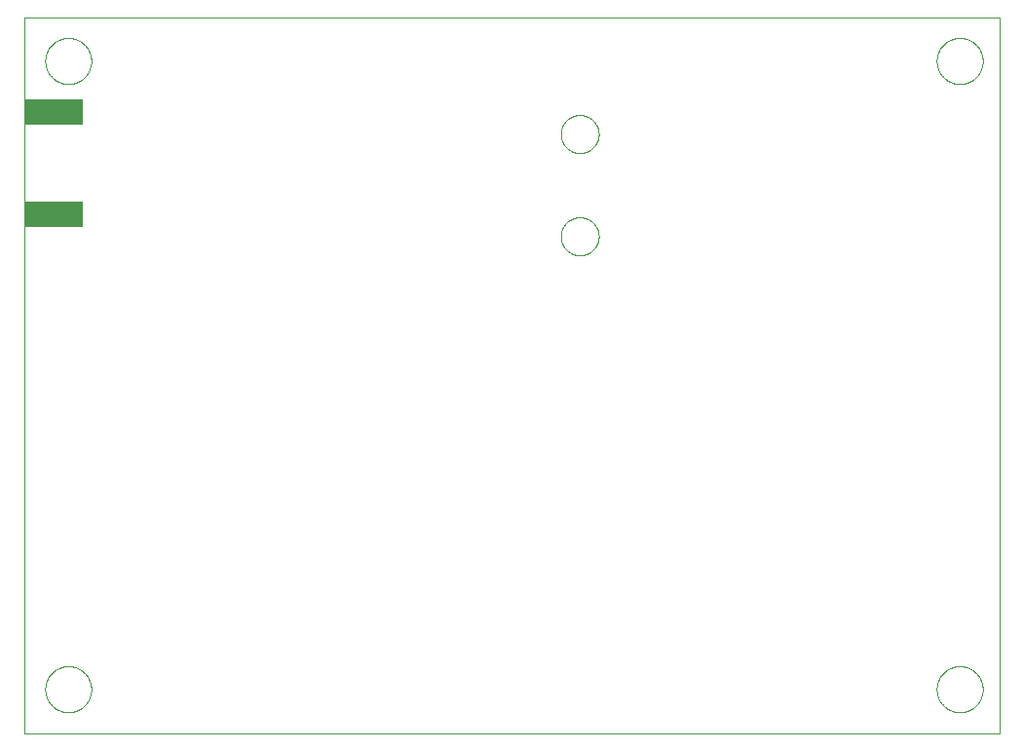
<source format=gbp>
G75*
%MOIN*%
%OFA0B0*%
%FSLAX25Y25*%
%IPPOS*%
%LPD*%
%AMOC8*
5,1,8,0,0,1.08239X$1,22.5*
%
%ADD10C,0.00000*%
%ADD11R,0.20000X0.09000*%
D10*
X0098342Y0038933D02*
X0098342Y0283894D01*
X0432043Y0283894D01*
X0432043Y0038933D01*
X0098342Y0038933D01*
X0105468Y0053933D02*
X0105470Y0054126D01*
X0105477Y0054319D01*
X0105489Y0054512D01*
X0105506Y0054705D01*
X0105527Y0054897D01*
X0105553Y0055088D01*
X0105584Y0055279D01*
X0105619Y0055469D01*
X0105659Y0055658D01*
X0105704Y0055846D01*
X0105753Y0056033D01*
X0105807Y0056219D01*
X0105865Y0056403D01*
X0105928Y0056586D01*
X0105996Y0056767D01*
X0106067Y0056946D01*
X0106144Y0057124D01*
X0106224Y0057300D01*
X0106309Y0057473D01*
X0106398Y0057645D01*
X0106491Y0057814D01*
X0106588Y0057981D01*
X0106690Y0058146D01*
X0106795Y0058308D01*
X0106904Y0058467D01*
X0107018Y0058624D01*
X0107135Y0058777D01*
X0107255Y0058928D01*
X0107380Y0059076D01*
X0107508Y0059221D01*
X0107639Y0059362D01*
X0107774Y0059501D01*
X0107913Y0059636D01*
X0108054Y0059767D01*
X0108199Y0059895D01*
X0108347Y0060020D01*
X0108498Y0060140D01*
X0108651Y0060257D01*
X0108808Y0060371D01*
X0108967Y0060480D01*
X0109129Y0060585D01*
X0109294Y0060687D01*
X0109461Y0060784D01*
X0109630Y0060877D01*
X0109802Y0060966D01*
X0109975Y0061051D01*
X0110151Y0061131D01*
X0110329Y0061208D01*
X0110508Y0061279D01*
X0110689Y0061347D01*
X0110872Y0061410D01*
X0111056Y0061468D01*
X0111242Y0061522D01*
X0111429Y0061571D01*
X0111617Y0061616D01*
X0111806Y0061656D01*
X0111996Y0061691D01*
X0112187Y0061722D01*
X0112378Y0061748D01*
X0112570Y0061769D01*
X0112763Y0061786D01*
X0112956Y0061798D01*
X0113149Y0061805D01*
X0113342Y0061807D01*
X0113535Y0061805D01*
X0113728Y0061798D01*
X0113921Y0061786D01*
X0114114Y0061769D01*
X0114306Y0061748D01*
X0114497Y0061722D01*
X0114688Y0061691D01*
X0114878Y0061656D01*
X0115067Y0061616D01*
X0115255Y0061571D01*
X0115442Y0061522D01*
X0115628Y0061468D01*
X0115812Y0061410D01*
X0115995Y0061347D01*
X0116176Y0061279D01*
X0116355Y0061208D01*
X0116533Y0061131D01*
X0116709Y0061051D01*
X0116882Y0060966D01*
X0117054Y0060877D01*
X0117223Y0060784D01*
X0117390Y0060687D01*
X0117555Y0060585D01*
X0117717Y0060480D01*
X0117876Y0060371D01*
X0118033Y0060257D01*
X0118186Y0060140D01*
X0118337Y0060020D01*
X0118485Y0059895D01*
X0118630Y0059767D01*
X0118771Y0059636D01*
X0118910Y0059501D01*
X0119045Y0059362D01*
X0119176Y0059221D01*
X0119304Y0059076D01*
X0119429Y0058928D01*
X0119549Y0058777D01*
X0119666Y0058624D01*
X0119780Y0058467D01*
X0119889Y0058308D01*
X0119994Y0058146D01*
X0120096Y0057981D01*
X0120193Y0057814D01*
X0120286Y0057645D01*
X0120375Y0057473D01*
X0120460Y0057300D01*
X0120540Y0057124D01*
X0120617Y0056946D01*
X0120688Y0056767D01*
X0120756Y0056586D01*
X0120819Y0056403D01*
X0120877Y0056219D01*
X0120931Y0056033D01*
X0120980Y0055846D01*
X0121025Y0055658D01*
X0121065Y0055469D01*
X0121100Y0055279D01*
X0121131Y0055088D01*
X0121157Y0054897D01*
X0121178Y0054705D01*
X0121195Y0054512D01*
X0121207Y0054319D01*
X0121214Y0054126D01*
X0121216Y0053933D01*
X0121214Y0053740D01*
X0121207Y0053547D01*
X0121195Y0053354D01*
X0121178Y0053161D01*
X0121157Y0052969D01*
X0121131Y0052778D01*
X0121100Y0052587D01*
X0121065Y0052397D01*
X0121025Y0052208D01*
X0120980Y0052020D01*
X0120931Y0051833D01*
X0120877Y0051647D01*
X0120819Y0051463D01*
X0120756Y0051280D01*
X0120688Y0051099D01*
X0120617Y0050920D01*
X0120540Y0050742D01*
X0120460Y0050566D01*
X0120375Y0050393D01*
X0120286Y0050221D01*
X0120193Y0050052D01*
X0120096Y0049885D01*
X0119994Y0049720D01*
X0119889Y0049558D01*
X0119780Y0049399D01*
X0119666Y0049242D01*
X0119549Y0049089D01*
X0119429Y0048938D01*
X0119304Y0048790D01*
X0119176Y0048645D01*
X0119045Y0048504D01*
X0118910Y0048365D01*
X0118771Y0048230D01*
X0118630Y0048099D01*
X0118485Y0047971D01*
X0118337Y0047846D01*
X0118186Y0047726D01*
X0118033Y0047609D01*
X0117876Y0047495D01*
X0117717Y0047386D01*
X0117555Y0047281D01*
X0117390Y0047179D01*
X0117223Y0047082D01*
X0117054Y0046989D01*
X0116882Y0046900D01*
X0116709Y0046815D01*
X0116533Y0046735D01*
X0116355Y0046658D01*
X0116176Y0046587D01*
X0115995Y0046519D01*
X0115812Y0046456D01*
X0115628Y0046398D01*
X0115442Y0046344D01*
X0115255Y0046295D01*
X0115067Y0046250D01*
X0114878Y0046210D01*
X0114688Y0046175D01*
X0114497Y0046144D01*
X0114306Y0046118D01*
X0114114Y0046097D01*
X0113921Y0046080D01*
X0113728Y0046068D01*
X0113535Y0046061D01*
X0113342Y0046059D01*
X0113149Y0046061D01*
X0112956Y0046068D01*
X0112763Y0046080D01*
X0112570Y0046097D01*
X0112378Y0046118D01*
X0112187Y0046144D01*
X0111996Y0046175D01*
X0111806Y0046210D01*
X0111617Y0046250D01*
X0111429Y0046295D01*
X0111242Y0046344D01*
X0111056Y0046398D01*
X0110872Y0046456D01*
X0110689Y0046519D01*
X0110508Y0046587D01*
X0110329Y0046658D01*
X0110151Y0046735D01*
X0109975Y0046815D01*
X0109802Y0046900D01*
X0109630Y0046989D01*
X0109461Y0047082D01*
X0109294Y0047179D01*
X0109129Y0047281D01*
X0108967Y0047386D01*
X0108808Y0047495D01*
X0108651Y0047609D01*
X0108498Y0047726D01*
X0108347Y0047846D01*
X0108199Y0047971D01*
X0108054Y0048099D01*
X0107913Y0048230D01*
X0107774Y0048365D01*
X0107639Y0048504D01*
X0107508Y0048645D01*
X0107380Y0048790D01*
X0107255Y0048938D01*
X0107135Y0049089D01*
X0107018Y0049242D01*
X0106904Y0049399D01*
X0106795Y0049558D01*
X0106690Y0049720D01*
X0106588Y0049885D01*
X0106491Y0050052D01*
X0106398Y0050221D01*
X0106309Y0050393D01*
X0106224Y0050566D01*
X0106144Y0050742D01*
X0106067Y0050920D01*
X0105996Y0051099D01*
X0105928Y0051280D01*
X0105865Y0051463D01*
X0105807Y0051647D01*
X0105753Y0051833D01*
X0105704Y0052020D01*
X0105659Y0052208D01*
X0105619Y0052397D01*
X0105584Y0052587D01*
X0105553Y0052778D01*
X0105527Y0052969D01*
X0105506Y0053161D01*
X0105489Y0053354D01*
X0105477Y0053547D01*
X0105470Y0053740D01*
X0105468Y0053933D01*
X0281842Y0208933D02*
X0281844Y0209094D01*
X0281850Y0209254D01*
X0281860Y0209415D01*
X0281874Y0209575D01*
X0281892Y0209735D01*
X0281913Y0209894D01*
X0281939Y0210053D01*
X0281969Y0210211D01*
X0282002Y0210368D01*
X0282040Y0210525D01*
X0282081Y0210680D01*
X0282126Y0210834D01*
X0282175Y0210987D01*
X0282228Y0211139D01*
X0282284Y0211290D01*
X0282345Y0211439D01*
X0282408Y0211587D01*
X0282476Y0211733D01*
X0282547Y0211877D01*
X0282621Y0212019D01*
X0282699Y0212160D01*
X0282781Y0212298D01*
X0282866Y0212435D01*
X0282954Y0212569D01*
X0283046Y0212701D01*
X0283141Y0212831D01*
X0283239Y0212959D01*
X0283340Y0213084D01*
X0283444Y0213206D01*
X0283551Y0213326D01*
X0283661Y0213443D01*
X0283774Y0213558D01*
X0283890Y0213669D01*
X0284009Y0213778D01*
X0284130Y0213883D01*
X0284254Y0213986D01*
X0284380Y0214086D01*
X0284508Y0214182D01*
X0284639Y0214275D01*
X0284773Y0214365D01*
X0284908Y0214452D01*
X0285046Y0214535D01*
X0285185Y0214615D01*
X0285327Y0214691D01*
X0285470Y0214764D01*
X0285615Y0214833D01*
X0285762Y0214899D01*
X0285910Y0214961D01*
X0286060Y0215019D01*
X0286211Y0215074D01*
X0286364Y0215125D01*
X0286518Y0215172D01*
X0286673Y0215215D01*
X0286829Y0215254D01*
X0286985Y0215290D01*
X0287143Y0215321D01*
X0287301Y0215349D01*
X0287460Y0215373D01*
X0287620Y0215393D01*
X0287780Y0215409D01*
X0287940Y0215421D01*
X0288101Y0215429D01*
X0288262Y0215433D01*
X0288422Y0215433D01*
X0288583Y0215429D01*
X0288744Y0215421D01*
X0288904Y0215409D01*
X0289064Y0215393D01*
X0289224Y0215373D01*
X0289383Y0215349D01*
X0289541Y0215321D01*
X0289699Y0215290D01*
X0289855Y0215254D01*
X0290011Y0215215D01*
X0290166Y0215172D01*
X0290320Y0215125D01*
X0290473Y0215074D01*
X0290624Y0215019D01*
X0290774Y0214961D01*
X0290922Y0214899D01*
X0291069Y0214833D01*
X0291214Y0214764D01*
X0291357Y0214691D01*
X0291499Y0214615D01*
X0291638Y0214535D01*
X0291776Y0214452D01*
X0291911Y0214365D01*
X0292045Y0214275D01*
X0292176Y0214182D01*
X0292304Y0214086D01*
X0292430Y0213986D01*
X0292554Y0213883D01*
X0292675Y0213778D01*
X0292794Y0213669D01*
X0292910Y0213558D01*
X0293023Y0213443D01*
X0293133Y0213326D01*
X0293240Y0213206D01*
X0293344Y0213084D01*
X0293445Y0212959D01*
X0293543Y0212831D01*
X0293638Y0212701D01*
X0293730Y0212569D01*
X0293818Y0212435D01*
X0293903Y0212298D01*
X0293985Y0212160D01*
X0294063Y0212019D01*
X0294137Y0211877D01*
X0294208Y0211733D01*
X0294276Y0211587D01*
X0294339Y0211439D01*
X0294400Y0211290D01*
X0294456Y0211139D01*
X0294509Y0210987D01*
X0294558Y0210834D01*
X0294603Y0210680D01*
X0294644Y0210525D01*
X0294682Y0210368D01*
X0294715Y0210211D01*
X0294745Y0210053D01*
X0294771Y0209894D01*
X0294792Y0209735D01*
X0294810Y0209575D01*
X0294824Y0209415D01*
X0294834Y0209254D01*
X0294840Y0209094D01*
X0294842Y0208933D01*
X0294840Y0208772D01*
X0294834Y0208612D01*
X0294824Y0208451D01*
X0294810Y0208291D01*
X0294792Y0208131D01*
X0294771Y0207972D01*
X0294745Y0207813D01*
X0294715Y0207655D01*
X0294682Y0207498D01*
X0294644Y0207341D01*
X0294603Y0207186D01*
X0294558Y0207032D01*
X0294509Y0206879D01*
X0294456Y0206727D01*
X0294400Y0206576D01*
X0294339Y0206427D01*
X0294276Y0206279D01*
X0294208Y0206133D01*
X0294137Y0205989D01*
X0294063Y0205847D01*
X0293985Y0205706D01*
X0293903Y0205568D01*
X0293818Y0205431D01*
X0293730Y0205297D01*
X0293638Y0205165D01*
X0293543Y0205035D01*
X0293445Y0204907D01*
X0293344Y0204782D01*
X0293240Y0204660D01*
X0293133Y0204540D01*
X0293023Y0204423D01*
X0292910Y0204308D01*
X0292794Y0204197D01*
X0292675Y0204088D01*
X0292554Y0203983D01*
X0292430Y0203880D01*
X0292304Y0203780D01*
X0292176Y0203684D01*
X0292045Y0203591D01*
X0291911Y0203501D01*
X0291776Y0203414D01*
X0291638Y0203331D01*
X0291499Y0203251D01*
X0291357Y0203175D01*
X0291214Y0203102D01*
X0291069Y0203033D01*
X0290922Y0202967D01*
X0290774Y0202905D01*
X0290624Y0202847D01*
X0290473Y0202792D01*
X0290320Y0202741D01*
X0290166Y0202694D01*
X0290011Y0202651D01*
X0289855Y0202612D01*
X0289699Y0202576D01*
X0289541Y0202545D01*
X0289383Y0202517D01*
X0289224Y0202493D01*
X0289064Y0202473D01*
X0288904Y0202457D01*
X0288744Y0202445D01*
X0288583Y0202437D01*
X0288422Y0202433D01*
X0288262Y0202433D01*
X0288101Y0202437D01*
X0287940Y0202445D01*
X0287780Y0202457D01*
X0287620Y0202473D01*
X0287460Y0202493D01*
X0287301Y0202517D01*
X0287143Y0202545D01*
X0286985Y0202576D01*
X0286829Y0202612D01*
X0286673Y0202651D01*
X0286518Y0202694D01*
X0286364Y0202741D01*
X0286211Y0202792D01*
X0286060Y0202847D01*
X0285910Y0202905D01*
X0285762Y0202967D01*
X0285615Y0203033D01*
X0285470Y0203102D01*
X0285327Y0203175D01*
X0285185Y0203251D01*
X0285046Y0203331D01*
X0284908Y0203414D01*
X0284773Y0203501D01*
X0284639Y0203591D01*
X0284508Y0203684D01*
X0284380Y0203780D01*
X0284254Y0203880D01*
X0284130Y0203983D01*
X0284009Y0204088D01*
X0283890Y0204197D01*
X0283774Y0204308D01*
X0283661Y0204423D01*
X0283551Y0204540D01*
X0283444Y0204660D01*
X0283340Y0204782D01*
X0283239Y0204907D01*
X0283141Y0205035D01*
X0283046Y0205165D01*
X0282954Y0205297D01*
X0282866Y0205431D01*
X0282781Y0205568D01*
X0282699Y0205706D01*
X0282621Y0205847D01*
X0282547Y0205989D01*
X0282476Y0206133D01*
X0282408Y0206279D01*
X0282345Y0206427D01*
X0282284Y0206576D01*
X0282228Y0206727D01*
X0282175Y0206879D01*
X0282126Y0207032D01*
X0282081Y0207186D01*
X0282040Y0207341D01*
X0282002Y0207498D01*
X0281969Y0207655D01*
X0281939Y0207813D01*
X0281913Y0207972D01*
X0281892Y0208131D01*
X0281874Y0208291D01*
X0281860Y0208451D01*
X0281850Y0208612D01*
X0281844Y0208772D01*
X0281842Y0208933D01*
X0281842Y0243933D02*
X0281844Y0244094D01*
X0281850Y0244254D01*
X0281860Y0244415D01*
X0281874Y0244575D01*
X0281892Y0244735D01*
X0281913Y0244894D01*
X0281939Y0245053D01*
X0281969Y0245211D01*
X0282002Y0245368D01*
X0282040Y0245525D01*
X0282081Y0245680D01*
X0282126Y0245834D01*
X0282175Y0245987D01*
X0282228Y0246139D01*
X0282284Y0246290D01*
X0282345Y0246439D01*
X0282408Y0246587D01*
X0282476Y0246733D01*
X0282547Y0246877D01*
X0282621Y0247019D01*
X0282699Y0247160D01*
X0282781Y0247298D01*
X0282866Y0247435D01*
X0282954Y0247569D01*
X0283046Y0247701D01*
X0283141Y0247831D01*
X0283239Y0247959D01*
X0283340Y0248084D01*
X0283444Y0248206D01*
X0283551Y0248326D01*
X0283661Y0248443D01*
X0283774Y0248558D01*
X0283890Y0248669D01*
X0284009Y0248778D01*
X0284130Y0248883D01*
X0284254Y0248986D01*
X0284380Y0249086D01*
X0284508Y0249182D01*
X0284639Y0249275D01*
X0284773Y0249365D01*
X0284908Y0249452D01*
X0285046Y0249535D01*
X0285185Y0249615D01*
X0285327Y0249691D01*
X0285470Y0249764D01*
X0285615Y0249833D01*
X0285762Y0249899D01*
X0285910Y0249961D01*
X0286060Y0250019D01*
X0286211Y0250074D01*
X0286364Y0250125D01*
X0286518Y0250172D01*
X0286673Y0250215D01*
X0286829Y0250254D01*
X0286985Y0250290D01*
X0287143Y0250321D01*
X0287301Y0250349D01*
X0287460Y0250373D01*
X0287620Y0250393D01*
X0287780Y0250409D01*
X0287940Y0250421D01*
X0288101Y0250429D01*
X0288262Y0250433D01*
X0288422Y0250433D01*
X0288583Y0250429D01*
X0288744Y0250421D01*
X0288904Y0250409D01*
X0289064Y0250393D01*
X0289224Y0250373D01*
X0289383Y0250349D01*
X0289541Y0250321D01*
X0289699Y0250290D01*
X0289855Y0250254D01*
X0290011Y0250215D01*
X0290166Y0250172D01*
X0290320Y0250125D01*
X0290473Y0250074D01*
X0290624Y0250019D01*
X0290774Y0249961D01*
X0290922Y0249899D01*
X0291069Y0249833D01*
X0291214Y0249764D01*
X0291357Y0249691D01*
X0291499Y0249615D01*
X0291638Y0249535D01*
X0291776Y0249452D01*
X0291911Y0249365D01*
X0292045Y0249275D01*
X0292176Y0249182D01*
X0292304Y0249086D01*
X0292430Y0248986D01*
X0292554Y0248883D01*
X0292675Y0248778D01*
X0292794Y0248669D01*
X0292910Y0248558D01*
X0293023Y0248443D01*
X0293133Y0248326D01*
X0293240Y0248206D01*
X0293344Y0248084D01*
X0293445Y0247959D01*
X0293543Y0247831D01*
X0293638Y0247701D01*
X0293730Y0247569D01*
X0293818Y0247435D01*
X0293903Y0247298D01*
X0293985Y0247160D01*
X0294063Y0247019D01*
X0294137Y0246877D01*
X0294208Y0246733D01*
X0294276Y0246587D01*
X0294339Y0246439D01*
X0294400Y0246290D01*
X0294456Y0246139D01*
X0294509Y0245987D01*
X0294558Y0245834D01*
X0294603Y0245680D01*
X0294644Y0245525D01*
X0294682Y0245368D01*
X0294715Y0245211D01*
X0294745Y0245053D01*
X0294771Y0244894D01*
X0294792Y0244735D01*
X0294810Y0244575D01*
X0294824Y0244415D01*
X0294834Y0244254D01*
X0294840Y0244094D01*
X0294842Y0243933D01*
X0294840Y0243772D01*
X0294834Y0243612D01*
X0294824Y0243451D01*
X0294810Y0243291D01*
X0294792Y0243131D01*
X0294771Y0242972D01*
X0294745Y0242813D01*
X0294715Y0242655D01*
X0294682Y0242498D01*
X0294644Y0242341D01*
X0294603Y0242186D01*
X0294558Y0242032D01*
X0294509Y0241879D01*
X0294456Y0241727D01*
X0294400Y0241576D01*
X0294339Y0241427D01*
X0294276Y0241279D01*
X0294208Y0241133D01*
X0294137Y0240989D01*
X0294063Y0240847D01*
X0293985Y0240706D01*
X0293903Y0240568D01*
X0293818Y0240431D01*
X0293730Y0240297D01*
X0293638Y0240165D01*
X0293543Y0240035D01*
X0293445Y0239907D01*
X0293344Y0239782D01*
X0293240Y0239660D01*
X0293133Y0239540D01*
X0293023Y0239423D01*
X0292910Y0239308D01*
X0292794Y0239197D01*
X0292675Y0239088D01*
X0292554Y0238983D01*
X0292430Y0238880D01*
X0292304Y0238780D01*
X0292176Y0238684D01*
X0292045Y0238591D01*
X0291911Y0238501D01*
X0291776Y0238414D01*
X0291638Y0238331D01*
X0291499Y0238251D01*
X0291357Y0238175D01*
X0291214Y0238102D01*
X0291069Y0238033D01*
X0290922Y0237967D01*
X0290774Y0237905D01*
X0290624Y0237847D01*
X0290473Y0237792D01*
X0290320Y0237741D01*
X0290166Y0237694D01*
X0290011Y0237651D01*
X0289855Y0237612D01*
X0289699Y0237576D01*
X0289541Y0237545D01*
X0289383Y0237517D01*
X0289224Y0237493D01*
X0289064Y0237473D01*
X0288904Y0237457D01*
X0288744Y0237445D01*
X0288583Y0237437D01*
X0288422Y0237433D01*
X0288262Y0237433D01*
X0288101Y0237437D01*
X0287940Y0237445D01*
X0287780Y0237457D01*
X0287620Y0237473D01*
X0287460Y0237493D01*
X0287301Y0237517D01*
X0287143Y0237545D01*
X0286985Y0237576D01*
X0286829Y0237612D01*
X0286673Y0237651D01*
X0286518Y0237694D01*
X0286364Y0237741D01*
X0286211Y0237792D01*
X0286060Y0237847D01*
X0285910Y0237905D01*
X0285762Y0237967D01*
X0285615Y0238033D01*
X0285470Y0238102D01*
X0285327Y0238175D01*
X0285185Y0238251D01*
X0285046Y0238331D01*
X0284908Y0238414D01*
X0284773Y0238501D01*
X0284639Y0238591D01*
X0284508Y0238684D01*
X0284380Y0238780D01*
X0284254Y0238880D01*
X0284130Y0238983D01*
X0284009Y0239088D01*
X0283890Y0239197D01*
X0283774Y0239308D01*
X0283661Y0239423D01*
X0283551Y0239540D01*
X0283444Y0239660D01*
X0283340Y0239782D01*
X0283239Y0239907D01*
X0283141Y0240035D01*
X0283046Y0240165D01*
X0282954Y0240297D01*
X0282866Y0240431D01*
X0282781Y0240568D01*
X0282699Y0240706D01*
X0282621Y0240847D01*
X0282547Y0240989D01*
X0282476Y0241133D01*
X0282408Y0241279D01*
X0282345Y0241427D01*
X0282284Y0241576D01*
X0282228Y0241727D01*
X0282175Y0241879D01*
X0282126Y0242032D01*
X0282081Y0242186D01*
X0282040Y0242341D01*
X0282002Y0242498D01*
X0281969Y0242655D01*
X0281939Y0242813D01*
X0281913Y0242972D01*
X0281892Y0243131D01*
X0281874Y0243291D01*
X0281860Y0243451D01*
X0281850Y0243612D01*
X0281844Y0243772D01*
X0281842Y0243933D01*
X0410468Y0268933D02*
X0410470Y0269126D01*
X0410477Y0269319D01*
X0410489Y0269512D01*
X0410506Y0269705D01*
X0410527Y0269897D01*
X0410553Y0270088D01*
X0410584Y0270279D01*
X0410619Y0270469D01*
X0410659Y0270658D01*
X0410704Y0270846D01*
X0410753Y0271033D01*
X0410807Y0271219D01*
X0410865Y0271403D01*
X0410928Y0271586D01*
X0410996Y0271767D01*
X0411067Y0271946D01*
X0411144Y0272124D01*
X0411224Y0272300D01*
X0411309Y0272473D01*
X0411398Y0272645D01*
X0411491Y0272814D01*
X0411588Y0272981D01*
X0411690Y0273146D01*
X0411795Y0273308D01*
X0411904Y0273467D01*
X0412018Y0273624D01*
X0412135Y0273777D01*
X0412255Y0273928D01*
X0412380Y0274076D01*
X0412508Y0274221D01*
X0412639Y0274362D01*
X0412774Y0274501D01*
X0412913Y0274636D01*
X0413054Y0274767D01*
X0413199Y0274895D01*
X0413347Y0275020D01*
X0413498Y0275140D01*
X0413651Y0275257D01*
X0413808Y0275371D01*
X0413967Y0275480D01*
X0414129Y0275585D01*
X0414294Y0275687D01*
X0414461Y0275784D01*
X0414630Y0275877D01*
X0414802Y0275966D01*
X0414975Y0276051D01*
X0415151Y0276131D01*
X0415329Y0276208D01*
X0415508Y0276279D01*
X0415689Y0276347D01*
X0415872Y0276410D01*
X0416056Y0276468D01*
X0416242Y0276522D01*
X0416429Y0276571D01*
X0416617Y0276616D01*
X0416806Y0276656D01*
X0416996Y0276691D01*
X0417187Y0276722D01*
X0417378Y0276748D01*
X0417570Y0276769D01*
X0417763Y0276786D01*
X0417956Y0276798D01*
X0418149Y0276805D01*
X0418342Y0276807D01*
X0418535Y0276805D01*
X0418728Y0276798D01*
X0418921Y0276786D01*
X0419114Y0276769D01*
X0419306Y0276748D01*
X0419497Y0276722D01*
X0419688Y0276691D01*
X0419878Y0276656D01*
X0420067Y0276616D01*
X0420255Y0276571D01*
X0420442Y0276522D01*
X0420628Y0276468D01*
X0420812Y0276410D01*
X0420995Y0276347D01*
X0421176Y0276279D01*
X0421355Y0276208D01*
X0421533Y0276131D01*
X0421709Y0276051D01*
X0421882Y0275966D01*
X0422054Y0275877D01*
X0422223Y0275784D01*
X0422390Y0275687D01*
X0422555Y0275585D01*
X0422717Y0275480D01*
X0422876Y0275371D01*
X0423033Y0275257D01*
X0423186Y0275140D01*
X0423337Y0275020D01*
X0423485Y0274895D01*
X0423630Y0274767D01*
X0423771Y0274636D01*
X0423910Y0274501D01*
X0424045Y0274362D01*
X0424176Y0274221D01*
X0424304Y0274076D01*
X0424429Y0273928D01*
X0424549Y0273777D01*
X0424666Y0273624D01*
X0424780Y0273467D01*
X0424889Y0273308D01*
X0424994Y0273146D01*
X0425096Y0272981D01*
X0425193Y0272814D01*
X0425286Y0272645D01*
X0425375Y0272473D01*
X0425460Y0272300D01*
X0425540Y0272124D01*
X0425617Y0271946D01*
X0425688Y0271767D01*
X0425756Y0271586D01*
X0425819Y0271403D01*
X0425877Y0271219D01*
X0425931Y0271033D01*
X0425980Y0270846D01*
X0426025Y0270658D01*
X0426065Y0270469D01*
X0426100Y0270279D01*
X0426131Y0270088D01*
X0426157Y0269897D01*
X0426178Y0269705D01*
X0426195Y0269512D01*
X0426207Y0269319D01*
X0426214Y0269126D01*
X0426216Y0268933D01*
X0426214Y0268740D01*
X0426207Y0268547D01*
X0426195Y0268354D01*
X0426178Y0268161D01*
X0426157Y0267969D01*
X0426131Y0267778D01*
X0426100Y0267587D01*
X0426065Y0267397D01*
X0426025Y0267208D01*
X0425980Y0267020D01*
X0425931Y0266833D01*
X0425877Y0266647D01*
X0425819Y0266463D01*
X0425756Y0266280D01*
X0425688Y0266099D01*
X0425617Y0265920D01*
X0425540Y0265742D01*
X0425460Y0265566D01*
X0425375Y0265393D01*
X0425286Y0265221D01*
X0425193Y0265052D01*
X0425096Y0264885D01*
X0424994Y0264720D01*
X0424889Y0264558D01*
X0424780Y0264399D01*
X0424666Y0264242D01*
X0424549Y0264089D01*
X0424429Y0263938D01*
X0424304Y0263790D01*
X0424176Y0263645D01*
X0424045Y0263504D01*
X0423910Y0263365D01*
X0423771Y0263230D01*
X0423630Y0263099D01*
X0423485Y0262971D01*
X0423337Y0262846D01*
X0423186Y0262726D01*
X0423033Y0262609D01*
X0422876Y0262495D01*
X0422717Y0262386D01*
X0422555Y0262281D01*
X0422390Y0262179D01*
X0422223Y0262082D01*
X0422054Y0261989D01*
X0421882Y0261900D01*
X0421709Y0261815D01*
X0421533Y0261735D01*
X0421355Y0261658D01*
X0421176Y0261587D01*
X0420995Y0261519D01*
X0420812Y0261456D01*
X0420628Y0261398D01*
X0420442Y0261344D01*
X0420255Y0261295D01*
X0420067Y0261250D01*
X0419878Y0261210D01*
X0419688Y0261175D01*
X0419497Y0261144D01*
X0419306Y0261118D01*
X0419114Y0261097D01*
X0418921Y0261080D01*
X0418728Y0261068D01*
X0418535Y0261061D01*
X0418342Y0261059D01*
X0418149Y0261061D01*
X0417956Y0261068D01*
X0417763Y0261080D01*
X0417570Y0261097D01*
X0417378Y0261118D01*
X0417187Y0261144D01*
X0416996Y0261175D01*
X0416806Y0261210D01*
X0416617Y0261250D01*
X0416429Y0261295D01*
X0416242Y0261344D01*
X0416056Y0261398D01*
X0415872Y0261456D01*
X0415689Y0261519D01*
X0415508Y0261587D01*
X0415329Y0261658D01*
X0415151Y0261735D01*
X0414975Y0261815D01*
X0414802Y0261900D01*
X0414630Y0261989D01*
X0414461Y0262082D01*
X0414294Y0262179D01*
X0414129Y0262281D01*
X0413967Y0262386D01*
X0413808Y0262495D01*
X0413651Y0262609D01*
X0413498Y0262726D01*
X0413347Y0262846D01*
X0413199Y0262971D01*
X0413054Y0263099D01*
X0412913Y0263230D01*
X0412774Y0263365D01*
X0412639Y0263504D01*
X0412508Y0263645D01*
X0412380Y0263790D01*
X0412255Y0263938D01*
X0412135Y0264089D01*
X0412018Y0264242D01*
X0411904Y0264399D01*
X0411795Y0264558D01*
X0411690Y0264720D01*
X0411588Y0264885D01*
X0411491Y0265052D01*
X0411398Y0265221D01*
X0411309Y0265393D01*
X0411224Y0265566D01*
X0411144Y0265742D01*
X0411067Y0265920D01*
X0410996Y0266099D01*
X0410928Y0266280D01*
X0410865Y0266463D01*
X0410807Y0266647D01*
X0410753Y0266833D01*
X0410704Y0267020D01*
X0410659Y0267208D01*
X0410619Y0267397D01*
X0410584Y0267587D01*
X0410553Y0267778D01*
X0410527Y0267969D01*
X0410506Y0268161D01*
X0410489Y0268354D01*
X0410477Y0268547D01*
X0410470Y0268740D01*
X0410468Y0268933D01*
X0105468Y0268933D02*
X0105470Y0269126D01*
X0105477Y0269319D01*
X0105489Y0269512D01*
X0105506Y0269705D01*
X0105527Y0269897D01*
X0105553Y0270088D01*
X0105584Y0270279D01*
X0105619Y0270469D01*
X0105659Y0270658D01*
X0105704Y0270846D01*
X0105753Y0271033D01*
X0105807Y0271219D01*
X0105865Y0271403D01*
X0105928Y0271586D01*
X0105996Y0271767D01*
X0106067Y0271946D01*
X0106144Y0272124D01*
X0106224Y0272300D01*
X0106309Y0272473D01*
X0106398Y0272645D01*
X0106491Y0272814D01*
X0106588Y0272981D01*
X0106690Y0273146D01*
X0106795Y0273308D01*
X0106904Y0273467D01*
X0107018Y0273624D01*
X0107135Y0273777D01*
X0107255Y0273928D01*
X0107380Y0274076D01*
X0107508Y0274221D01*
X0107639Y0274362D01*
X0107774Y0274501D01*
X0107913Y0274636D01*
X0108054Y0274767D01*
X0108199Y0274895D01*
X0108347Y0275020D01*
X0108498Y0275140D01*
X0108651Y0275257D01*
X0108808Y0275371D01*
X0108967Y0275480D01*
X0109129Y0275585D01*
X0109294Y0275687D01*
X0109461Y0275784D01*
X0109630Y0275877D01*
X0109802Y0275966D01*
X0109975Y0276051D01*
X0110151Y0276131D01*
X0110329Y0276208D01*
X0110508Y0276279D01*
X0110689Y0276347D01*
X0110872Y0276410D01*
X0111056Y0276468D01*
X0111242Y0276522D01*
X0111429Y0276571D01*
X0111617Y0276616D01*
X0111806Y0276656D01*
X0111996Y0276691D01*
X0112187Y0276722D01*
X0112378Y0276748D01*
X0112570Y0276769D01*
X0112763Y0276786D01*
X0112956Y0276798D01*
X0113149Y0276805D01*
X0113342Y0276807D01*
X0113535Y0276805D01*
X0113728Y0276798D01*
X0113921Y0276786D01*
X0114114Y0276769D01*
X0114306Y0276748D01*
X0114497Y0276722D01*
X0114688Y0276691D01*
X0114878Y0276656D01*
X0115067Y0276616D01*
X0115255Y0276571D01*
X0115442Y0276522D01*
X0115628Y0276468D01*
X0115812Y0276410D01*
X0115995Y0276347D01*
X0116176Y0276279D01*
X0116355Y0276208D01*
X0116533Y0276131D01*
X0116709Y0276051D01*
X0116882Y0275966D01*
X0117054Y0275877D01*
X0117223Y0275784D01*
X0117390Y0275687D01*
X0117555Y0275585D01*
X0117717Y0275480D01*
X0117876Y0275371D01*
X0118033Y0275257D01*
X0118186Y0275140D01*
X0118337Y0275020D01*
X0118485Y0274895D01*
X0118630Y0274767D01*
X0118771Y0274636D01*
X0118910Y0274501D01*
X0119045Y0274362D01*
X0119176Y0274221D01*
X0119304Y0274076D01*
X0119429Y0273928D01*
X0119549Y0273777D01*
X0119666Y0273624D01*
X0119780Y0273467D01*
X0119889Y0273308D01*
X0119994Y0273146D01*
X0120096Y0272981D01*
X0120193Y0272814D01*
X0120286Y0272645D01*
X0120375Y0272473D01*
X0120460Y0272300D01*
X0120540Y0272124D01*
X0120617Y0271946D01*
X0120688Y0271767D01*
X0120756Y0271586D01*
X0120819Y0271403D01*
X0120877Y0271219D01*
X0120931Y0271033D01*
X0120980Y0270846D01*
X0121025Y0270658D01*
X0121065Y0270469D01*
X0121100Y0270279D01*
X0121131Y0270088D01*
X0121157Y0269897D01*
X0121178Y0269705D01*
X0121195Y0269512D01*
X0121207Y0269319D01*
X0121214Y0269126D01*
X0121216Y0268933D01*
X0121214Y0268740D01*
X0121207Y0268547D01*
X0121195Y0268354D01*
X0121178Y0268161D01*
X0121157Y0267969D01*
X0121131Y0267778D01*
X0121100Y0267587D01*
X0121065Y0267397D01*
X0121025Y0267208D01*
X0120980Y0267020D01*
X0120931Y0266833D01*
X0120877Y0266647D01*
X0120819Y0266463D01*
X0120756Y0266280D01*
X0120688Y0266099D01*
X0120617Y0265920D01*
X0120540Y0265742D01*
X0120460Y0265566D01*
X0120375Y0265393D01*
X0120286Y0265221D01*
X0120193Y0265052D01*
X0120096Y0264885D01*
X0119994Y0264720D01*
X0119889Y0264558D01*
X0119780Y0264399D01*
X0119666Y0264242D01*
X0119549Y0264089D01*
X0119429Y0263938D01*
X0119304Y0263790D01*
X0119176Y0263645D01*
X0119045Y0263504D01*
X0118910Y0263365D01*
X0118771Y0263230D01*
X0118630Y0263099D01*
X0118485Y0262971D01*
X0118337Y0262846D01*
X0118186Y0262726D01*
X0118033Y0262609D01*
X0117876Y0262495D01*
X0117717Y0262386D01*
X0117555Y0262281D01*
X0117390Y0262179D01*
X0117223Y0262082D01*
X0117054Y0261989D01*
X0116882Y0261900D01*
X0116709Y0261815D01*
X0116533Y0261735D01*
X0116355Y0261658D01*
X0116176Y0261587D01*
X0115995Y0261519D01*
X0115812Y0261456D01*
X0115628Y0261398D01*
X0115442Y0261344D01*
X0115255Y0261295D01*
X0115067Y0261250D01*
X0114878Y0261210D01*
X0114688Y0261175D01*
X0114497Y0261144D01*
X0114306Y0261118D01*
X0114114Y0261097D01*
X0113921Y0261080D01*
X0113728Y0261068D01*
X0113535Y0261061D01*
X0113342Y0261059D01*
X0113149Y0261061D01*
X0112956Y0261068D01*
X0112763Y0261080D01*
X0112570Y0261097D01*
X0112378Y0261118D01*
X0112187Y0261144D01*
X0111996Y0261175D01*
X0111806Y0261210D01*
X0111617Y0261250D01*
X0111429Y0261295D01*
X0111242Y0261344D01*
X0111056Y0261398D01*
X0110872Y0261456D01*
X0110689Y0261519D01*
X0110508Y0261587D01*
X0110329Y0261658D01*
X0110151Y0261735D01*
X0109975Y0261815D01*
X0109802Y0261900D01*
X0109630Y0261989D01*
X0109461Y0262082D01*
X0109294Y0262179D01*
X0109129Y0262281D01*
X0108967Y0262386D01*
X0108808Y0262495D01*
X0108651Y0262609D01*
X0108498Y0262726D01*
X0108347Y0262846D01*
X0108199Y0262971D01*
X0108054Y0263099D01*
X0107913Y0263230D01*
X0107774Y0263365D01*
X0107639Y0263504D01*
X0107508Y0263645D01*
X0107380Y0263790D01*
X0107255Y0263938D01*
X0107135Y0264089D01*
X0107018Y0264242D01*
X0106904Y0264399D01*
X0106795Y0264558D01*
X0106690Y0264720D01*
X0106588Y0264885D01*
X0106491Y0265052D01*
X0106398Y0265221D01*
X0106309Y0265393D01*
X0106224Y0265566D01*
X0106144Y0265742D01*
X0106067Y0265920D01*
X0105996Y0266099D01*
X0105928Y0266280D01*
X0105865Y0266463D01*
X0105807Y0266647D01*
X0105753Y0266833D01*
X0105704Y0267020D01*
X0105659Y0267208D01*
X0105619Y0267397D01*
X0105584Y0267587D01*
X0105553Y0267778D01*
X0105527Y0267969D01*
X0105506Y0268161D01*
X0105489Y0268354D01*
X0105477Y0268547D01*
X0105470Y0268740D01*
X0105468Y0268933D01*
X0098342Y0255933D02*
X0098342Y0211933D01*
X0410468Y0053933D02*
X0410470Y0054126D01*
X0410477Y0054319D01*
X0410489Y0054512D01*
X0410506Y0054705D01*
X0410527Y0054897D01*
X0410553Y0055088D01*
X0410584Y0055279D01*
X0410619Y0055469D01*
X0410659Y0055658D01*
X0410704Y0055846D01*
X0410753Y0056033D01*
X0410807Y0056219D01*
X0410865Y0056403D01*
X0410928Y0056586D01*
X0410996Y0056767D01*
X0411067Y0056946D01*
X0411144Y0057124D01*
X0411224Y0057300D01*
X0411309Y0057473D01*
X0411398Y0057645D01*
X0411491Y0057814D01*
X0411588Y0057981D01*
X0411690Y0058146D01*
X0411795Y0058308D01*
X0411904Y0058467D01*
X0412018Y0058624D01*
X0412135Y0058777D01*
X0412255Y0058928D01*
X0412380Y0059076D01*
X0412508Y0059221D01*
X0412639Y0059362D01*
X0412774Y0059501D01*
X0412913Y0059636D01*
X0413054Y0059767D01*
X0413199Y0059895D01*
X0413347Y0060020D01*
X0413498Y0060140D01*
X0413651Y0060257D01*
X0413808Y0060371D01*
X0413967Y0060480D01*
X0414129Y0060585D01*
X0414294Y0060687D01*
X0414461Y0060784D01*
X0414630Y0060877D01*
X0414802Y0060966D01*
X0414975Y0061051D01*
X0415151Y0061131D01*
X0415329Y0061208D01*
X0415508Y0061279D01*
X0415689Y0061347D01*
X0415872Y0061410D01*
X0416056Y0061468D01*
X0416242Y0061522D01*
X0416429Y0061571D01*
X0416617Y0061616D01*
X0416806Y0061656D01*
X0416996Y0061691D01*
X0417187Y0061722D01*
X0417378Y0061748D01*
X0417570Y0061769D01*
X0417763Y0061786D01*
X0417956Y0061798D01*
X0418149Y0061805D01*
X0418342Y0061807D01*
X0418535Y0061805D01*
X0418728Y0061798D01*
X0418921Y0061786D01*
X0419114Y0061769D01*
X0419306Y0061748D01*
X0419497Y0061722D01*
X0419688Y0061691D01*
X0419878Y0061656D01*
X0420067Y0061616D01*
X0420255Y0061571D01*
X0420442Y0061522D01*
X0420628Y0061468D01*
X0420812Y0061410D01*
X0420995Y0061347D01*
X0421176Y0061279D01*
X0421355Y0061208D01*
X0421533Y0061131D01*
X0421709Y0061051D01*
X0421882Y0060966D01*
X0422054Y0060877D01*
X0422223Y0060784D01*
X0422390Y0060687D01*
X0422555Y0060585D01*
X0422717Y0060480D01*
X0422876Y0060371D01*
X0423033Y0060257D01*
X0423186Y0060140D01*
X0423337Y0060020D01*
X0423485Y0059895D01*
X0423630Y0059767D01*
X0423771Y0059636D01*
X0423910Y0059501D01*
X0424045Y0059362D01*
X0424176Y0059221D01*
X0424304Y0059076D01*
X0424429Y0058928D01*
X0424549Y0058777D01*
X0424666Y0058624D01*
X0424780Y0058467D01*
X0424889Y0058308D01*
X0424994Y0058146D01*
X0425096Y0057981D01*
X0425193Y0057814D01*
X0425286Y0057645D01*
X0425375Y0057473D01*
X0425460Y0057300D01*
X0425540Y0057124D01*
X0425617Y0056946D01*
X0425688Y0056767D01*
X0425756Y0056586D01*
X0425819Y0056403D01*
X0425877Y0056219D01*
X0425931Y0056033D01*
X0425980Y0055846D01*
X0426025Y0055658D01*
X0426065Y0055469D01*
X0426100Y0055279D01*
X0426131Y0055088D01*
X0426157Y0054897D01*
X0426178Y0054705D01*
X0426195Y0054512D01*
X0426207Y0054319D01*
X0426214Y0054126D01*
X0426216Y0053933D01*
X0426214Y0053740D01*
X0426207Y0053547D01*
X0426195Y0053354D01*
X0426178Y0053161D01*
X0426157Y0052969D01*
X0426131Y0052778D01*
X0426100Y0052587D01*
X0426065Y0052397D01*
X0426025Y0052208D01*
X0425980Y0052020D01*
X0425931Y0051833D01*
X0425877Y0051647D01*
X0425819Y0051463D01*
X0425756Y0051280D01*
X0425688Y0051099D01*
X0425617Y0050920D01*
X0425540Y0050742D01*
X0425460Y0050566D01*
X0425375Y0050393D01*
X0425286Y0050221D01*
X0425193Y0050052D01*
X0425096Y0049885D01*
X0424994Y0049720D01*
X0424889Y0049558D01*
X0424780Y0049399D01*
X0424666Y0049242D01*
X0424549Y0049089D01*
X0424429Y0048938D01*
X0424304Y0048790D01*
X0424176Y0048645D01*
X0424045Y0048504D01*
X0423910Y0048365D01*
X0423771Y0048230D01*
X0423630Y0048099D01*
X0423485Y0047971D01*
X0423337Y0047846D01*
X0423186Y0047726D01*
X0423033Y0047609D01*
X0422876Y0047495D01*
X0422717Y0047386D01*
X0422555Y0047281D01*
X0422390Y0047179D01*
X0422223Y0047082D01*
X0422054Y0046989D01*
X0421882Y0046900D01*
X0421709Y0046815D01*
X0421533Y0046735D01*
X0421355Y0046658D01*
X0421176Y0046587D01*
X0420995Y0046519D01*
X0420812Y0046456D01*
X0420628Y0046398D01*
X0420442Y0046344D01*
X0420255Y0046295D01*
X0420067Y0046250D01*
X0419878Y0046210D01*
X0419688Y0046175D01*
X0419497Y0046144D01*
X0419306Y0046118D01*
X0419114Y0046097D01*
X0418921Y0046080D01*
X0418728Y0046068D01*
X0418535Y0046061D01*
X0418342Y0046059D01*
X0418149Y0046061D01*
X0417956Y0046068D01*
X0417763Y0046080D01*
X0417570Y0046097D01*
X0417378Y0046118D01*
X0417187Y0046144D01*
X0416996Y0046175D01*
X0416806Y0046210D01*
X0416617Y0046250D01*
X0416429Y0046295D01*
X0416242Y0046344D01*
X0416056Y0046398D01*
X0415872Y0046456D01*
X0415689Y0046519D01*
X0415508Y0046587D01*
X0415329Y0046658D01*
X0415151Y0046735D01*
X0414975Y0046815D01*
X0414802Y0046900D01*
X0414630Y0046989D01*
X0414461Y0047082D01*
X0414294Y0047179D01*
X0414129Y0047281D01*
X0413967Y0047386D01*
X0413808Y0047495D01*
X0413651Y0047609D01*
X0413498Y0047726D01*
X0413347Y0047846D01*
X0413199Y0047971D01*
X0413054Y0048099D01*
X0412913Y0048230D01*
X0412774Y0048365D01*
X0412639Y0048504D01*
X0412508Y0048645D01*
X0412380Y0048790D01*
X0412255Y0048938D01*
X0412135Y0049089D01*
X0412018Y0049242D01*
X0411904Y0049399D01*
X0411795Y0049558D01*
X0411690Y0049720D01*
X0411588Y0049885D01*
X0411491Y0050052D01*
X0411398Y0050221D01*
X0411309Y0050393D01*
X0411224Y0050566D01*
X0411144Y0050742D01*
X0411067Y0050920D01*
X0410996Y0051099D01*
X0410928Y0051280D01*
X0410865Y0051463D01*
X0410807Y0051647D01*
X0410753Y0051833D01*
X0410704Y0052020D01*
X0410659Y0052208D01*
X0410619Y0052397D01*
X0410584Y0052587D01*
X0410553Y0052778D01*
X0410527Y0052969D01*
X0410506Y0053161D01*
X0410489Y0053354D01*
X0410477Y0053547D01*
X0410470Y0053740D01*
X0410468Y0053933D01*
D11*
X0108442Y0216533D03*
X0108442Y0251333D03*
M02*

</source>
